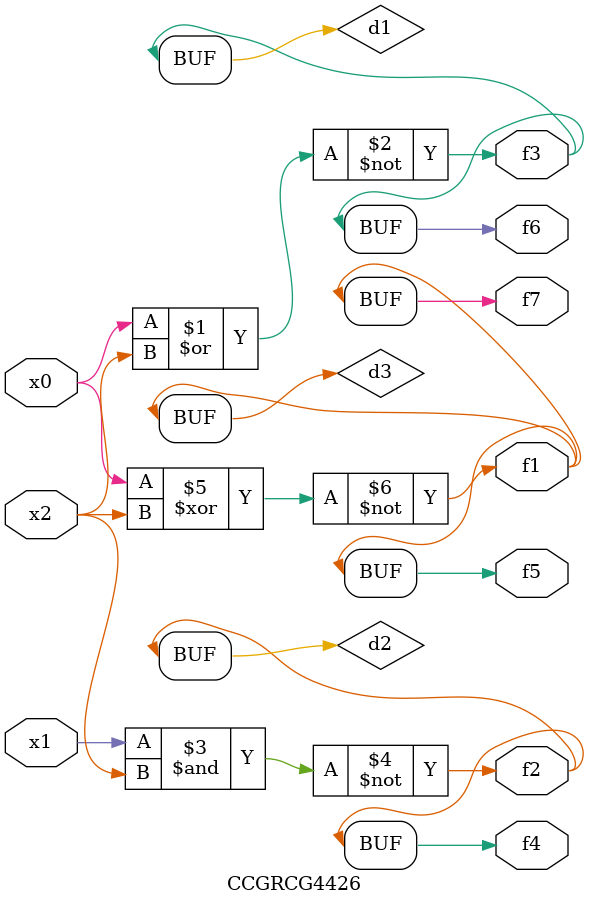
<source format=v>
module CCGRCG4426(
	input x0, x1, x2,
	output f1, f2, f3, f4, f5, f6, f7
);

	wire d1, d2, d3;

	nor (d1, x0, x2);
	nand (d2, x1, x2);
	xnor (d3, x0, x2);
	assign f1 = d3;
	assign f2 = d2;
	assign f3 = d1;
	assign f4 = d2;
	assign f5 = d3;
	assign f6 = d1;
	assign f7 = d3;
endmodule

</source>
